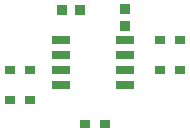
<source format=gbr>
%TF.GenerationSoftware,Altium Limited,Altium Designer,24.4.1 (13)*%
G04 Layer_Color=8421504*
%FSLAX45Y45*%
%MOMM*%
%TF.SameCoordinates,912A9E6C-26A1-424A-A32F-7B2CA38D8761*%
%TF.FilePolarity,Positive*%
%TF.FileFunction,Paste,Top*%
%TF.Part,Single*%
G01*
G75*
%TA.AperFunction,SMDPad,CuDef*%
%ADD10R,1.52500X0.65000*%
%ADD11R,0.90000X0.80000*%
%ADD12R,0.85872X0.91213*%
%ADD13R,0.91213X0.95872*%
D10*
X15367000Y4572000D02*
D03*
Y4445000D02*
D03*
Y4318000D02*
D03*
Y4191000D02*
D03*
X14824600D02*
D03*
Y4318000D02*
D03*
Y4445000D02*
D03*
Y4572000D02*
D03*
D11*
X15833000D02*
D03*
X15663000D02*
D03*
X15833000Y4318000D02*
D03*
X15663000D02*
D03*
X15028000Y3860800D02*
D03*
X15198000D02*
D03*
X14563000Y4064000D02*
D03*
X14392999D02*
D03*
X14563000Y4318000D02*
D03*
X14392999D02*
D03*
D12*
X14986000Y4826000D02*
D03*
X14830659D02*
D03*
D13*
X15367000Y4835171D02*
D03*
Y4689829D02*
D03*
%TF.MD5,7f806cf182d82cb35cbf9be724cbb887*%
M02*

</source>
